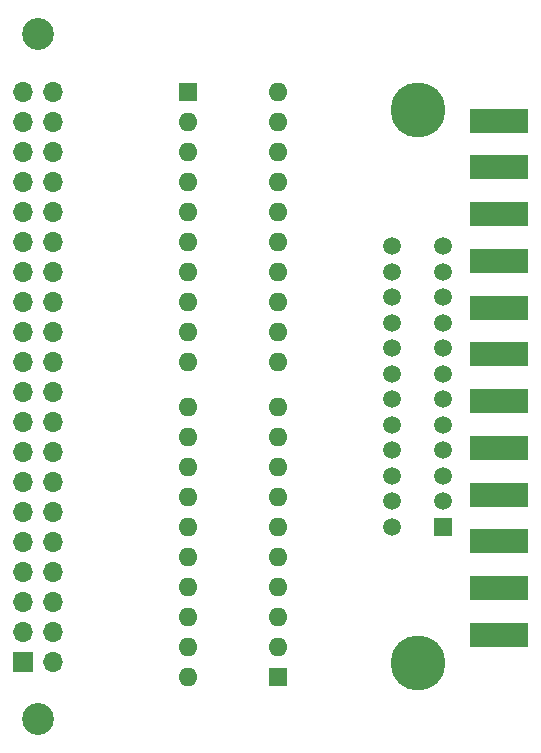
<source format=gbr>
%TF.GenerationSoftware,KiCad,Pcbnew,(6.0.0)*%
%TF.CreationDate,2022-01-24T18:05:25-05:00*%
%TF.ProjectId,gpib breakout,67706962-2062-4726-9561-6b6f75742e6b,rev?*%
%TF.SameCoordinates,Original*%
%TF.FileFunction,Soldermask,Bot*%
%TF.FilePolarity,Negative*%
%FSLAX46Y46*%
G04 Gerber Fmt 4.6, Leading zero omitted, Abs format (unit mm)*
G04 Created by KiCad (PCBNEW (6.0.0)) date 2022-01-24 18:05:25*
%MOMM*%
%LPD*%
G01*
G04 APERTURE LIST*
%ADD10C,2.700000*%
%ADD11R,5.000000X2.000000*%
%ADD12R,1.600000X1.600000*%
%ADD13O,1.600000X1.600000*%
%ADD14C,1.500000*%
%ADD15R,1.500000X1.500000*%
%ADD16C,4.650000*%
%ADD17R,1.700000X1.700000*%
%ADD18O,1.700000X1.700000*%
G04 APERTURE END LIST*
D10*
%TO.C,REF\u002A\u002A*%
X199390000Y-66250000D03*
%TD*%
D11*
%TO.C,J1*%
X238390500Y-73575000D03*
X238400500Y-77525000D03*
X238400500Y-81485000D03*
X238400500Y-85445000D03*
X238400500Y-89405000D03*
X238400500Y-93365000D03*
X238400500Y-97325000D03*
X238400500Y-101285000D03*
X238400500Y-105245000D03*
X238400500Y-109205000D03*
X238400500Y-113165000D03*
X238400500Y-117125000D03*
%TD*%
D10*
%TO.C,REF\u002A\u002A*%
X199390000Y-124245000D03*
%TD*%
D12*
%TO.C,U2*%
X219700000Y-120645000D03*
D13*
X219700000Y-118105000D03*
X219700000Y-115565000D03*
X219700000Y-113025000D03*
X219700000Y-110485000D03*
X219700000Y-107945000D03*
X219700000Y-105405000D03*
X219700000Y-102865000D03*
X219700000Y-100325000D03*
X219700000Y-97785000D03*
X212080000Y-97785000D03*
X212080000Y-100325000D03*
X212080000Y-102865000D03*
X212080000Y-105405000D03*
X212080000Y-107945000D03*
X212080000Y-110485000D03*
X212080000Y-113025000D03*
X212080000Y-115565000D03*
X212080000Y-118105000D03*
X212080000Y-120645000D03*
%TD*%
D14*
%TO.C,J2*%
X229390000Y-84190000D03*
X229390000Y-86350000D03*
X229390000Y-88510000D03*
X229390000Y-90670000D03*
X229390000Y-92830000D03*
X229390000Y-94990000D03*
X229390000Y-97150000D03*
X229390000Y-99310000D03*
X229390000Y-101470000D03*
X229390000Y-103630000D03*
X229390000Y-105790000D03*
X229390000Y-107950000D03*
X233680000Y-84190000D03*
X233680000Y-86350000D03*
X233680000Y-88510000D03*
X233680000Y-90670000D03*
X233680000Y-92830000D03*
X233680000Y-94990000D03*
X233680000Y-97150000D03*
X233680000Y-99310000D03*
X233680000Y-101470000D03*
X233680000Y-103630000D03*
X233680000Y-105790000D03*
D15*
X233680000Y-107950000D03*
D16*
X231535000Y-119470000D03*
X231535000Y-72670000D03*
%TD*%
D12*
%TO.C,U1*%
X212100000Y-71125000D03*
D13*
X212100000Y-73665000D03*
X212100000Y-76205000D03*
X212100000Y-78745000D03*
X212100000Y-81285000D03*
X212100000Y-83825000D03*
X212100000Y-86365000D03*
X212100000Y-88905000D03*
X212100000Y-91445000D03*
X212100000Y-93985000D03*
X219720000Y-93985000D03*
X219720000Y-91445000D03*
X219720000Y-88905000D03*
X219720000Y-86365000D03*
X219720000Y-83825000D03*
X219720000Y-81285000D03*
X219720000Y-78745000D03*
X219720000Y-76205000D03*
X219720000Y-73665000D03*
X219720000Y-71125000D03*
%TD*%
D17*
%TO.C,J3*%
X198115000Y-119375000D03*
D18*
X200655000Y-119375000D03*
X198115000Y-116835000D03*
X200655000Y-116835000D03*
X198115000Y-114295000D03*
X200655000Y-114295000D03*
X198115000Y-111755000D03*
X200655000Y-111755000D03*
X198115000Y-109215000D03*
X200655000Y-109215000D03*
X198115000Y-106675000D03*
X200655000Y-106675000D03*
X198115000Y-104135000D03*
X200655000Y-104135000D03*
X198115000Y-101595000D03*
X200655000Y-101595000D03*
X198115000Y-99055000D03*
X200655000Y-99055000D03*
X198115000Y-96515000D03*
X200655000Y-96515000D03*
X198115000Y-93975000D03*
X200655000Y-93975000D03*
X198115000Y-91435000D03*
X200655000Y-91435000D03*
X198115000Y-88895000D03*
X200655000Y-88895000D03*
X198115000Y-86355000D03*
X200655000Y-86355000D03*
X198115000Y-83815000D03*
X200655000Y-83815000D03*
X198115000Y-81275000D03*
X200655000Y-81275000D03*
X198115000Y-78735000D03*
X200655000Y-78735000D03*
X198115000Y-76195000D03*
X200655000Y-76195000D03*
X198115000Y-73655000D03*
X200655000Y-73655000D03*
X198115000Y-71115000D03*
X200655000Y-71115000D03*
%TD*%
M02*

</source>
